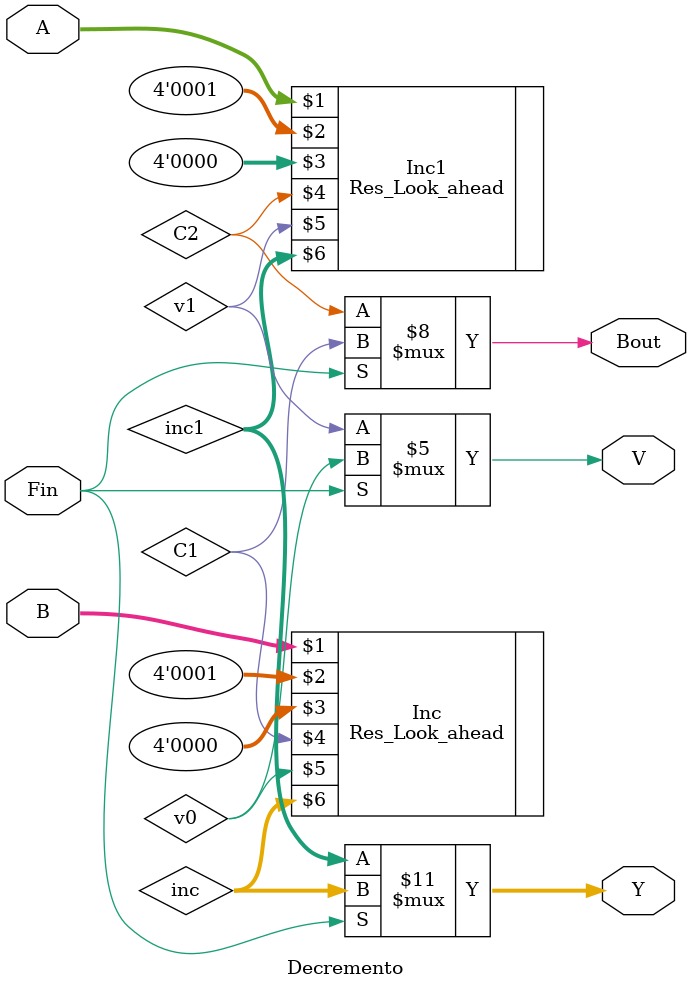
<source format=v>
module Decremento (A, B, Bout, Fin, V, Y);
    parameter B_W = 4;
    input wire Fin;
    output reg Bout;
    input wire [B_W-1:0] A, B;
    output reg [B_W-1:0] Y;
    output reg V;
    wire v0,v1, C1, C2;
    wire [B_W-1:0] inc;
    wire [B_W-1:0] inc1;
	
	Res_Look_ahead  #(.B_W(B_W)) Inc (B, 4'b0001, 4'b0000, C1,v0, inc);
	
	Res_Look_ahead  #(.B_W(B_W)) Inc1 (A, 4'b0001, 4'b0000, C2, v1, inc1);
	

    always @ (*) begin

	if(Fin)
    	Y<= inc;
    	
    	
	else
	Y<= inc1;
	
	
    end
  always @ (*) begin

	if(Fin)
    	Bout=C1;
    	
    	
	else
	Bout=C2;
	
	
    end
       always @ (*) begin
	if(Fin)
    	V=v0;
    	
    	
	else
	V=v1;
	
	
    end
endmodule




</source>
